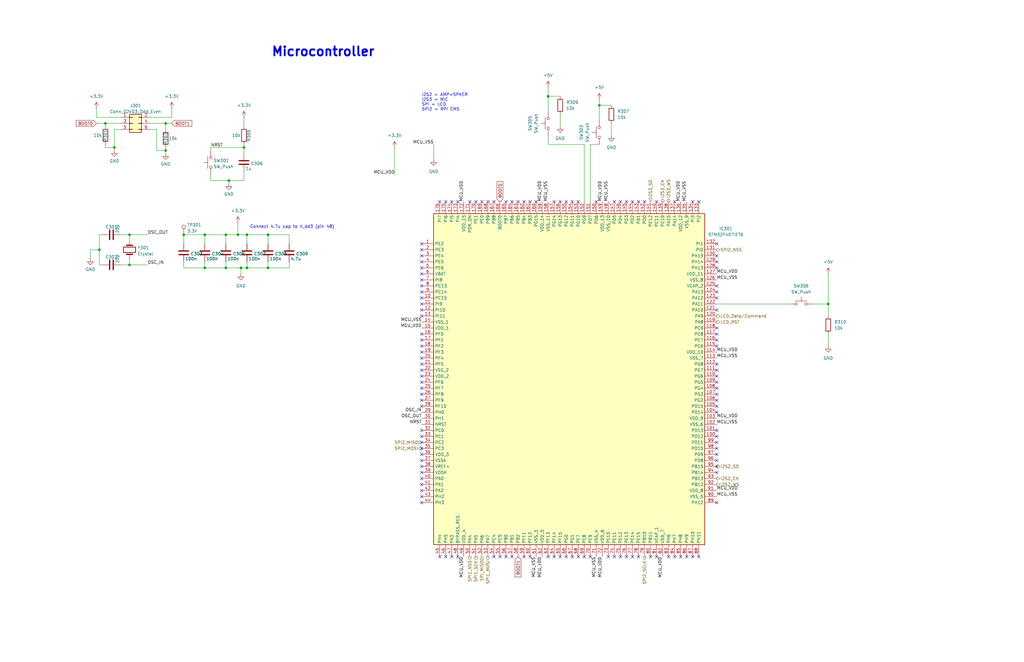
<source format=kicad_sch>
(kicad_sch (version 20250114) (generator "eeschema") (generator_version "9.0")
  (paper "USLedger")
  (lib_symbols
    (symbol "+5V_1" (power) (pin_numbers (hide yes)) (pin_names (offset 0) (hide yes))
      (property "Value" "+5V" (at 0 3.556 0))
      (symbol "+5V_1_0_1"
        (polyline (pts (xy -0.762 1.27) (xy 0 2.54)))
        (polyline (pts (xy 0 2.54) (xy 0.762 1.27)))
        (polyline (pts (xy 0 0) (xy 0 2.54)))
      )
      (symbol "+5V_1_1_1"
        (pin power_in line (at 0 0 90) (length 0) (name "~") (number "1"))
      )
    )
    (symbol "Connector:TestPoint" (pin_numbers (hide yes)) (pin_names (offset 0.762) (hide yes))
      (property "Reference" "TP" (at 0 6.858 0))
      (property "Value" "TestPoint" (at 0 5.08 0))
      (symbol "TestPoint_0_1"
        (circle (center 0 3.302) (radius 0.762))
      )
      (symbol "TestPoint_1_1"
        (pin passive line (at 0 0 90) (length 2.54) (name "1") (number "1"))
      )
    )
    (symbol "Connector_Generic:Conn_02x03_Odd_Even" (pin_names (offset 1.016) (hide yes))
      (property "Reference" "J" (at 1.27 5.08 0))
      (property "Value" "Conn_02x03_Odd_Even" (at 1.27 -5.08 0))
      (symbol "Conn_02x03_Odd_Even_1_1"
        (rectangle (start -1.27 3.81) (end 3.81 -3.81) (stroke (width 0.254)) (fill (type background)))
        (rectangle (start -1.27 2.667) (end 0 2.413) (stroke (width 0.1524)))
        (rectangle (start -1.27 0.127) (end 0 -0.127) (stroke (width 0.1524)))
        (rectangle (start -1.27 -2.413) (end 0 -2.667) (stroke (width 0.1524)))
        (rectangle (start 3.81 2.667) (end 2.54 2.413) (stroke (width 0.1524)))
        (rectangle (start 3.81 0.127) (end 2.54 -0.127) (stroke (width 0.1524)))
        (rectangle (start 3.81 -2.413) (end 2.54 -2.667) (stroke (width 0.1524)))
        (pin passive line (at -5.08 2.54 0) (length 3.81) (name "Pin_1") (number "1"))
        (pin passive line (at -5.08 0 0) (length 3.81) (name "Pin_3") (number "3"))
        (pin passive line (at -5.08 -2.54 0) (length 3.81) (name "Pin_5") (number "5"))
        (pin passive line (at 7.62 2.54 180) (length 3.81) (name "Pin_2") (number "2"))
        (pin passive line (at 7.62 0 180) (length 3.81) (name "Pin_4") (number "4"))
        (pin passive line (at 7.62 -2.54 180) (length 3.81) (name "Pin_6") (number "6"))
      )
    )
    (symbol "Device:Crystal" (pin_numbers (hide yes)) (pin_names (offset 1.016) (hide yes))
      (property "Reference" "Y" (at 0 3.81 0))
      (property "Value" "Crystal" (at 0 -3.81 0))
      (symbol "Crystal_0_1"
        (polyline (pts (xy -2.54 0) (xy -1.905 0)))
        (polyline (pts (xy -1.905 -1.27) (xy -1.905 1.27)) (stroke (width 0.508)))
        (rectangle (start -1.143 2.54) (end 1.143 -2.54) (stroke (width 0.3048)))
        (polyline (pts (xy 1.905 -1.27) (xy 1.905 1.27)) (stroke (width 0.508)))
        (polyline (pts (xy 2.54 0) (xy 1.905 0)))
      )
      (symbol "Crystal_1_1"
        (pin passive line (at -3.81 0 0) (length 1.27) (name "1") (number "1"))
        (pin passive line (at 3.81 0 180) (length 1.27) (name "2") (number "2"))
      )
    )
    (symbol "Device:R" (pin_numbers (hide yes)) (pin_names (offset 0))
      (property "Reference" "R" (at 2.032 0 90))
      (property "Value" "R" (at 0 0 90))
      (symbol "R_0_1"
        (rectangle (start -1.016 -2.54) (end 1.016 2.54) (stroke (width 0.254)))
      )
      (symbol "R_1_1"
        (pin passive line (at 0 3.81 270) (length 1.27) (name "~") (number "1"))
        (pin passive line (at 0 -3.81 90) (length 1.27) (name "~") (number "2"))
      )
    )
    (symbol "GND_1" (power) (pin_numbers (hide yes)) (pin_names (offset 0) (hide yes))
      (property "Value" "GND" (at 0 -3.81 0))
      (symbol "GND_1_0_1"
        (polyline (pts (xy 0 0) (xy 0 -1.27) (xy 1.27 -1.27) (xy 0 -2.54) (xy -1.27 -1.27) (xy 0 -1.27)))
      )
      (symbol "GND_1_1_1"
        (pin power_in line (at 0 0 270) (length 0) (name "~") (number "1"))
      )
    )
    (symbol "STM32F407IET6:STM32F407IET6"
      (property "Reference" "IC" (at 120.65 17.78 0))
      (property "Value" "STM32F407IET6" (at 120.65 15.24 0))
      (symbol "STM32F407IET6_1_1"
        (rectangle (start 5.08 12.7) (end 119.38 -127) (stroke (width 0.254)) (fill (type background)))
        (pin passive line (at 0 0 0) (length 5.08) (name "PE2") (number "1"))
        (pin passive line (at 0 -2.54 0) (length 5.08) (name "PE3") (number "2"))
        (pin passive line (at 0 -5.08 0) (length 5.08) (name "PE4") (number "3"))
        (pin passive line (at 0 -7.62 0) (length 5.08) (name "PE5") (number "4"))
        (pin passive line (at 0 -10.16 0) (length 5.08) (name "PE6") (number "5"))
        (pin passive line (at 0 -12.7 0) (length 5.08) (name "VBAT") (number "6"))
        (pin passive line (at 0 -15.24 0) (length 5.08) (name "PI8") (number "7"))
        (pin passive line (at 0 -17.78 0) (length 5.08) (name "PC13") (number "8"))
        (pin passive line (at 0 -20.32 0) (length 5.08) (name "PC14") (number "9"))
        (pin passive line (at 0 -22.86 0) (length 5.08) (name "PC15") (number "10"))
        (pin passive line (at 0 -25.4 0) (length 5.08) (name "PI9") (number "11"))
        (pin passive line (at 0 -27.94 0) (length 5.08) (name "PI10") (number "12"))
        (pin passive line (at 0 -30.48 0) (length 5.08) (name "PI11") (number "13"))
        (pin power_in line (at 0 -33.02 0) (length 5.08) (name "VSS_1") (number "14"))
        (pin power_in line (at 0 -35.56 0) (length 5.08) (name "VDD_1") (number "15"))
        (pin passive line (at 0 -38.1 0) (length 5.08) (name "PF0") (number "16"))
        (pin passive line (at 0 -40.64 0) (length 5.08) (name "PF1") (number "17"))
        (pin passive line (at 0 -43.18 0) (length 5.08) (name "PF2") (number "18"))
        (pin passive line (at 0 -45.72 0) (length 5.08) (name "PF3") (number "19"))
        (pin passive line (at 0 -48.26 0) (length 5.08) (name "PF4") (number "20"))
        (pin passive line (at 0 -50.8 0) (length 5.08) (name "PF5") (number "21"))
        (pin power_in line (at 0 -53.34 0) (length 5.08) (name "VSS_2") (number "22"))
        (pin power_in line (at 0 -55.88 0) (length 5.08) (name "VDD_2") (number "23"))
        (pin passive line (at 0 -58.42 0) (length 5.08) (name "PF6") (number "24"))
        (pin passive line (at 0 -60.96 0) (length 5.08) (name "PF7") (number "25"))
        (pin passive line (at 0 -63.5 0) (length 5.08) (name "PF8") (number "26"))
        (pin passive line (at 0 -66.04 0) (length 5.08) (name "PF9") (number "27"))
        (pin passive line (at 0 -68.58 0) (length 5.08) (name "PF10") (number "28"))
        (pin passive line (at 0 -71.12 0) (length 5.08) (name "PH0") (number "29"))
        (pin passive line (at 0 -73.66 0) (length 5.08) (name "PH1") (number "30"))
        (pin input line (at 0 -76.2 0) (length 5.08) (name "NRST") (number "31"))
        (pin passive line (at 0 -78.74 0) (length 5.08) (name "PC0") (number "32"))
        (pin passive line (at 0 -81.28 0) (length 5.08) (name "PC1") (number "33"))
        (pin passive line (at 0 -83.82 0) (length 5.08) (name "PC2") (number "34"))
        (pin passive line (at 0 -86.36 0) (length 5.08) (name "PC3") (number "35"))
        (pin power_in line (at 0 -88.9 0) (length 5.08) (name "VDD_3") (number "36"))
        (pin power_in line (at 0 -91.44 0) (length 5.08) (name "VSSA") (number "37"))
        (pin input line (at 0 -93.98 0) (length 5.08) (name "VREF+") (number "38"))
        (pin power_in line (at 0 -96.52 0) (length 5.08) (name "VDDA") (number "39"))
        (pin passive line (at 0 -99.06 0) (length 5.08) (name "PA0") (number "40"))
        (pin passive line (at 0 -101.6 0) (length 5.08) (name "PA1") (number "41"))
        (pin passive line (at 0 -104.14 0) (length 5.08) (name "PA2") (number "42"))
        (pin passive line (at 0 -106.68 0) (length 5.08) (name "PH2") (number "43"))
        (pin passive line (at 0 -109.22 0) (length 5.08) (name "PH3") (number "44"))
        (pin passive line (at 7.62 17.78 270) (length 5.08) (name "PI7") (number "176"))
        (pin passive line (at 7.62 -132.08 90) (length 5.08) (name "PH4") (number "45"))
        (pin passive line (at 10.16 17.78 270) (length 5.08) (name "PI6") (number "175"))
        (pin passive line (at 10.16 -132.08 90) (length 5.08) (name "PH5") (number "46"))
        (pin passive line (at 12.7 17.78 270) (length 5.08) (name "PI5") (number "174"))
        (pin passive line (at 12.7 -132.08 90) (length 5.08) (name "PA3") (number "47"))
        (pin passive line (at 15.24 17.78 270) (length 5.08) (name "PI4") (number "173"))
        (pin passive line (at 15.24 -132.08 90) (length 5.08) (name "BYPASS_REG") (number "48"))
        (pin power_in line (at 17.78 17.78 270) (length 5.08) (name "VDD_15") (number "172"))
        (pin power_in line (at 17.78 -132.08 90) (length 5.08) (name "VDD_4") (number "49"))
        (pin passive line (at 20.32 17.78 270) (length 5.08) (name "PDR_ON") (number "171"))
        (pin passive line (at 20.32 -132.08 90) (length 5.08) (name "PA4") (number "50"))
        (pin passive line (at 22.86 17.78 270) (length 5.08) (name "PE1") (number "170"))
        (pin passive line (at 22.86 -132.08 90) (length 5.08) (name "PA5") (number "51"))
        (pin passive line (at 25.4 17.78 270) (length 5.08) (name "PE0") (number "169"))
        (pin passive line (at 25.4 -132.08 90) (length 5.08) (name "PA6") (number "52"))
        (pin passive line (at 27.94 17.78 270) (length 5.08) (name "PB9") (number "168"))
        (pin passive line (at 27.94 -132.08 90) (length 5.08) (name "PA7") (number "53"))
        (pin passive line (at 30.48 17.78 270) (length 5.08) (name "PB8") (number "167"))
        (pin passive line (at 30.48 -132.08 90) (length 5.08) (name "PC4") (number "54"))
        (pin passive line (at 33.02 17.78 270) (length 5.08) (name "BOOT0") (number "166"))
        (pin passive line (at 33.02 -132.08 90) (length 5.08) (name "PC5") (number "55"))
        (pin passive line (at 35.56 17.78 270) (length 5.08) (name "PB7") (number "165"))
        (pin passive line (at 35.56 -132.08 90) (length 5.08) (name "PB0") (number "56"))
        (pin passive line (at 38.1 17.78 270) (length 5.08) (name "PB6") (number "164"))
        (pin passive line (at 38.1 -132.08 90) (length 5.08) (name "PB1") (number "57"))
        (pin passive line (at 40.64 17.78 270) (length 5.08) (name "PB5") (number "163"))
        (pin passive line (at 40.64 -132.08 90) (length 5.08) (name "PB2") (number "58"))
        (pin passive line (at 43.18 17.78 270) (length 5.08) (name "PB4") (number "162"))
        (pin passive line (at 43.18 -132.08 90) (length 5.08) (name "PF11") (number "59"))
        (pin passive line (at 45.72 17.78 270) (length 5.08) (name "PB3") (number "161"))
        (pin passive line (at 45.72 -132.08 90) (length 5.08) (name "PF12") (number "60"))
        (pin passive line (at 48.26 17.78 270) (length 5.08) (name "PG15") (number "160"))
        (pin power_in line (at 48.26 -132.08 90) (length 5.08) (name "VSS_3") (number "61"))
        (pin power_in line (at 50.8 17.78 270) (length 5.08) (name "VDD_14") (number "159"))
        (pin power_in line (at 50.8 -132.08 90) (length 5.08) (name "VDD_5") (number "62"))
        (pin power_in line (at 53.34 17.78 270) (length 5.08) (name "VSS_11") (number "158"))
        (pin passive line (at 53.34 -132.08 90) (length 5.08) (name "PF13") (number "63"))
        (pin passive line (at 55.88 17.78 270) (length 5.08) (name "PG14") (number "157"))
        (pin passive line (at 55.88 -132.08 90) (length 5.08) (name "PF14") (number "64"))
        (pin passive line (at 58.42 17.78 270) (length 5.08) (name "PG13") (number "156"))
        (pin passive line (at 58.42 -132.08 90) (length 5.08) (name "PF15") (number "65"))
        (pin passive line (at 60.96 17.78 270) (length 5.08) (name "PG12") (number "155"))
        (pin passive line (at 60.96 -132.08 90) (length 5.08) (name "PG0") (number "66"))
        (pin passive line (at 63.5 17.78 270) (length 5.08) (name "PG11") (number "154"))
        (pin passive line (at 63.5 -132.08 90) (length 5.08) (name "PG1") (number "67"))
        (pin passive line (at 66.04 17.78 270) (length 5.08) (name "PG10") (number "153"))
        (pin passive line (at 66.04 -132.08 90) (length 5.08) (name "PE7") (number "68"))
        (pin passive line (at 68.58 17.78 270) (length 5.08) (name "PG9") (number "152"))
        (pin passive line (at 68.58 -132.08 90) (length 5.08) (name "PE8") (number "69"))
        (pin passive line (at 71.12 17.78 270) (length 5.08) (name "PD7") (number "151"))
        (pin passive line (at 71.12 -132.08 90) (length 5.08) (name "PE9") (number "70"))
        (pin passive line (at 73.66 17.78 270) (length 5.08) (name "PD6") (number "150"))
        (pin power_in line (at 73.66 -132.08 90) (length 5.08) (name "VSS_4") (number "71"))
        (pin power_in line (at 76.2 17.78 270) (length 5.08) (name "VDD_13") (number "149"))
        (pin power_in line (at 76.2 -132.08 90) (length 5.08) (name "VDD_6") (number "72"))
        (pin power_in line (at 78.74 17.78 270) (length 5.08) (name "VSS_10") (number "148"))
        (pin passive line (at 78.74 -132.08 90) (length 5.08) (name "PE10") (number "73"))
        (pin passive line (at 81.28 17.78 270) (length 5.08) (name "PD5") (number "147"))
        (pin passive line (at 81.28 -132.08 90) (length 5.08) (name "PE11") (number "74"))
        (pin passive line (at 83.82 17.78 270) (length 5.08) (name "PD4") (number "146"))
        (pin passive line (at 83.82 -132.08 90) (length 5.08) (name "PE12") (number "75"))
        (pin passive line (at 86.36 17.78 270) (length 5.08) (name "PD3") (number "145"))
        (pin passive line (at 86.36 -132.08 90) (length 5.08) (name "PE13") (number "76"))
        (pin passive line (at 88.9 17.78 270) (length 5.08) (name "PD2") (number "144"))
        (pin passive line (at 88.9 -132.08 90) (length 5.08) (name "PE14") (number "77"))
        (pin passive line (at 91.44 17.78 270) (length 5.08) (name "PD1") (number "143"))
        (pin passive line (at 91.44 -132.08 90) (length 5.08) (name "PE15") (number "78"))
        (pin passive line (at 93.98 17.78 270) (length 5.08) (name "PD0") (number "142"))
        (pin passive line (at 93.98 -132.08 90) (length 5.08) (name "PB10") (number "79"))
        (pin passive line (at 96.52 17.78 270) (length 5.08) (name "PC12") (number "141"))
        (pin passive line (at 96.52 -132.08 90) (length 5.08) (name "PB11") (number "80"))
        (pin passive line (at 99.06 17.78 270) (length 5.08) (name "PC11") (number "140"))
        (pin passive line (at 99.06 -132.08 90) (length 5.08) (name "VCAP_1") (number "81"))
        (pin passive line (at 101.6 17.78 270) (length 5.08) (name "PC10") (number "139"))
        (pin power_in line (at 101.6 -132.08 90) (length 5.08) (name "VDD_7") (number "82"))
        (pin passive line (at 104.14 17.78 270) (length 5.08) (name "PA15") (number "138"))
        (pin passive line (at 104.14 -132.08 90) (length 5.08) (name "PH6") (number "83"))
        (pin passive line (at 106.68 17.78 270) (length 5.08) (name "PA14") (number "137"))
        (pin passive line (at 106.68 -132.08 90) (length 5.08) (name "PH7") (number "84"))
        (pin power_in line (at 109.22 17.78 270) (length 5.08) (name "VDD_12") (number "136"))
        (pin passive line (at 109.22 -132.08 90) (length 5.08) (name "PH8") (number "85"))
        (pin power_in line (at 111.76 17.78 270) (length 5.08) (name "VSS_9") (number "135"))
        (pin passive line (at 111.76 -132.08 90) (length 5.08) (name "PH9") (number "86"))
        (pin passive line (at 114.3 17.78 270) (length 5.08) (name "PI3") (number "134"))
        (pin passive line (at 114.3 -132.08 90) (length 5.08) (name "PH10") (number "87"))
        (pin passive line (at 116.84 17.78 270) (length 5.08) (name "PI2") (number "133"))
        (pin passive line (at 116.84 -132.08 90) (length 5.08) (name "PH11") (number "88"))
        (pin passive line (at 124.46 0 180) (length 5.08) (name "PI1") (number "132"))
        (pin passive line (at 124.46 -2.54 180) (length 5.08) (name "PI0") (number "131"))
        (pin passive line (at 124.46 -5.08 180) (length 5.08) (name "PH15") (number "130"))
        (pin passive line (at 124.46 -7.62 180) (length 5.08) (name "PH14") (number "129"))
        (pin passive line (at 124.46 -10.16 180) (length 5.08) (name "PH13") (number "128"))
        (pin power_in line (at 124.46 -12.7 180) (length 5.08) (name "VDD_11") (number "127"))
        (pin power_in line (at 124.46 -15.24 180) (length 5.08) (name "VSS_8") (number "126"))
        (pin passive line (at 124.46 -17.78 180) (length 5.08) (name "VCAP_2") (number "125"))
        (pin passive line (at 124.46 -20.32 180) (length 5.08) (name "PA13") (number "124"))
        (pin passive line (at 124.46 -22.86 180) (length 5.08) (name "PA12") (number "123"))
        (pin passive line (at 124.46 -25.4 180) (length 5.08) (name "PA11") (number "122"))
        (pin passive line (at 124.46 -27.94 180) (length 5.08) (name "PA10") (number "121"))
        (pin passive line (at 124.46 -30.48 180) (length 5.08) (name "PA9") (number "120"))
        (pin passive line (at 124.46 -33.02 180) (length 5.08) (name "PA8") (number "119"))
        (pin passive line (at 124.46 -35.56 180) (length 5.08) (name "PC9") (number "118"))
        (pin passive line (at 124.46 -38.1 180) (length 5.08) (name "PC8") (number "117"))
        (pin passive line (at 124.46 -40.64 180) (length 5.08) (name "PC7") (number "116"))
        (pin passive line (at 124.46 -43.18 180) (length 5.08) (name "PC6") (number "115"))
        (pin power_in line (at 124.46 -45.72 180) (length 5.08) (name "VDD_10") (number "114"))
        (pin power_in line (at 124.46 -48.26 180) (length 5.08) (name "VSS_7") (number "113"))
        (pin passive line (at 124.46 -50.8 180) (length 5.08) (name "PG8") (number "112"))
        (pin passive line (at 124.46 -53.34 180) (length 5.08) (name "PG7") (number "111"))
        (pin passive line (at 124.46 -55.88 180) (length 5.08) (name "PG6") (number "110"))
        (pin passive line (at 124.46 -58.42 180) (length 5.08) (name "PG5") (number "109"))
        (pin passive line (at 124.46 -60.96 180) (length 5.08) (name "PG4") (number "108"))
        (pin passive line (at 124.46 -63.5 180) (length 5.08) (name "PG3") (number "107"))
        (pin passive line (at 124.46 -66.04 180) (length 5.08) (name "PG2") (number "106"))
        (pin passive line (at 124.46 -68.58 180) (length 5.08) (name "PD15") (number "105"))
        (pin passive line (at 124.46 -71.12 180) (length 5.08) (name "PD14") (number "104"))
        (pin power_in line (at 124.46 -73.66 180) (length 5.08) (name "VDD_9") (number "103"))
        (pin power_in line (at 124.46 -76.2 180) (length 5.08) (name "VSS_6") (number "102"))
        (pin passive line (at 124.46 -78.74 180) (length 5.08) (name "PD13") (number "101"))
        (pin passive line (at 124.46 -81.28 180) (length 5.08) (name "PD12") (number "100"))
        (pin passive line (at 124.46 -83.82 180) (length 5.08) (name "PD11") (number "99"))
        (pin passive line (at 124.46 -86.36 180) (length 5.08) (name "PD10") (number "98"))
        (pin passive line (at 124.46 -88.9 180) (length 5.08) (name "PD9") (number "97"))
        (pin passive line (at 124.46 -91.44 180) (length 5.08) (name "PD8") (number "96"))
        (pin passive line (at 124.46 -93.98 180) (length 5.08) (name "PB15") (number "95"))
        (pin passive line (at 124.46 -96.52 180) (length 5.08) (name "PB14") (number "94"))
        (pin passive line (at 124.46 -99.06 180) (length 5.08) (name "PB13") (number "93"))
        (pin passive line (at 124.46 -101.6 180) (length 5.08) (name "PB12") (number "92"))
        (pin power_in line (at 124.46 -104.14 180) (length 5.08) (name "VDD_8") (number "91"))
        (pin power_in line (at 124.46 -106.68 180) (length 5.08) (name "VSS_5") (number "90"))
        (pin passive line (at 124.46 -109.22 180) (length 5.08) (name "PH12") (number "89"))
      )
    )
    (symbol "Switch:SW_Push" (pin_numbers (hide yes)) (pin_names (offset 1.016) (hide yes))
      (property "Reference" "SW" (at 1.27 2.54 0))
      (property "Value" "SW_Push" (at 0 -1.524 0))
      (symbol "SW_Push_0_1"
        (circle (center -2.032 0) (radius 0.508))
        (polyline (pts (xy 0 1.27) (xy 0 3.048)))
        (circle (center 2.032 0) (radius 0.508))
        (polyline (pts (xy 2.54 1.27) (xy -2.54 1.27)))
        (pin passive line (at -5.08 0 0) (length 2.54) (name "1") (number "1"))
        (pin passive line (at 5.08 0 180) (length 2.54) (name "2") (number "2"))
      )
    )
    (symbol "basic:C" (pin_numbers (hide yes)) (pin_names (offset 0.254))
      (property "Reference" "C" (at 0.635 2.54 0))
      (symbol "C_0_1"
        (polyline (pts (xy -2.032 0.762) (xy 2.032 0.762)) (stroke (width 0.508)))
        (polyline (pts (xy -2.032 -0.762) (xy 2.032 -0.762)) (stroke (width 0.508)))
      )
      (symbol "C_1_1"
        (pin passive line (at 0 3.81 270) (length 2.794) (name "~") (number "1"))
        (pin passive line (at 0 -3.81 90) (length 2.794) (name "~") (number "2"))
      )
    )
    (symbol "basic:R" (pin_numbers (hide yes)) (pin_names (offset 0))
      (property "Value" "R" (at 0 0 90))
      (symbol "R_0_1"
        (rectangle (start -1.016 -2.54) (end 1.016 2.54) (stroke (width 0.254)))
      )
      (symbol "R_1_1"
        (pin passive line (at 0 3.81 270) (length 1.27) (name "~") (number "1"))
        (pin passive line (at 0 -3.81 90) (length 1.27) (name "~") (number "2"))
      )
    )
    (symbol "power:+3.3V" (power) (pin_numbers (hide yes)) (pin_names (offset 0) (hide yes))
      (property "Value" "+3.3V" (at 0 3.556 0))
      (symbol "+3.3V_0_1"
        (polyline (pts (xy -0.762 1.27) (xy 0 2.54)))
        (polyline (pts (xy 0 2.54) (xy 0.762 1.27)))
        (polyline (pts (xy 0 0) (xy 0 2.54)))
      )
      (symbol "+3.3V_1_1"
        (pin power_in line (at 0 0 90) (length 0) (name "~") (number "1"))
      )
    )
    (symbol "power:+5V" (power) (pin_names (offset 0))
      (property "Value" "+5V" (at 0 3.556 0))
      (symbol "+5V_0_1"
        (polyline (pts (xy -0.762 1.27) (xy 0 2.54)))
        (polyline (pts (xy 0 2.54) (xy 0.762 1.27)))
        (polyline (pts (xy 0 0) (xy 0 2.54)))
      )
      (symbol "+5V_1_1"
        (pin power_in line (at 0 0 90) (length 0) (hide yes) (name "+5V") (number "1"))
      )
    )
    (symbol "power:GND" (power) (pin_names (offset 0))
      (property "Value" "GND" (at 0 -3.81 0))
      (symbol "GND_0_1"
        (polyline (pts (xy 0 0) (xy 0 -1.27) (xy 1.27 -1.27) (xy 0 -2.54) (xy -1.27 -1.27) (xy 0 -1.27)))
      )
      (symbol "GND_1_1"
        (pin power_in line (at 0 0 270) (length 0) (hide yes) (name "GND") (number "1"))
      )
    )
  )
  (text "Microcontroller" (at 114.3 24.13 0) (effects (font (size 3.81 3.81) (thickness 0.762) (bold yes)) (justify left bottom)))
  (text "I2S2 = AMP+SPKER\nI2S3 = MIC\nSPI = LCD\nSPI2 = RPI CM5" (at 177.8 46.99 0) (effects (font (size 1.27 1.27)) (justify left bottom)))
  (text "Connect 4.7u cap to V_dd3 (pin 48)" (at 105.41 96.52 0) (effects (font (size 1.27 1.27)) (justify left bottom)))
  (junction (at 101.6 113.03))
  (junction (at 48.26 62.23))
  (junction (at 44.45 52.07))
  (junction (at 113.03 99.06))
  (junction (at 77.47 99.06))
  (junction (at 96.52 76.2))
  (junction (at 69.85 52.07))
  (junction (at 95.25 99.06))
  (junction (at 86.36 99.06))
  (junction (at 113.03 113.03))
  (junction (at 231.14 40.64))
  (junction (at 252.73 44.45))
  (junction (at 104.14 113.03))
  (junction (at 349.25 128.27))
  (junction (at 69.85 63.5))
  (junction (at 86.36 113.03))
  (junction (at 54.61 111.76))
  (junction (at 41.91 105.41))
  (junction (at 95.25 113.03))
  (junction (at 54.61 99.06))
  (junction (at 104.14 99.06))
  (junction (at 102.87 62.23))
  (junction (at 100.33 99.06))
  (no_connect (at 274.32 234.95))
  (no_connect (at 177.8 105.41))
  (no_connect (at 302.26 189.23))
  (no_connect (at 177.8 143.51))
  (no_connect (at 302.26 191.77))
  (no_connect (at 177.8 168.91))
  (no_connect (at 177.8 125.73))
  (no_connect (at 256.54 234.95))
  (no_connect (at 302.26 120.65))
  (no_connect (at 205.74 85.09))
  (no_connect (at 203.2 85.09))
  (no_connect (at 243.84 85.09))
  (no_connect (at 177.8 102.87))
  (no_connect (at 269.24 234.95))
  (no_connect (at 177.8 201.93))
  (no_connect (at 261.62 234.95))
  (no_connect (at 177.8 204.47))
  (no_connect (at 185.42 85.09))
  (no_connect (at 236.22 234.95))
  (no_connect (at 243.84 234.95))
  (no_connect (at 302.26 212.09))
  (no_connect (at 241.3 85.09))
  (no_connect (at 302.26 171.45))
  (no_connect (at 302.26 196.85))
  (no_connect (at 177.8 194.31))
  (no_connect (at 302.26 153.67))
  (no_connect (at 302.26 123.19))
  (no_connect (at 177.8 158.75))
  (no_connect (at 233.68 234.95))
  (no_connect (at 177.8 118.11))
  (no_connect (at 281.94 234.95))
  (no_connect (at 271.78 85.09))
  (no_connect (at 302.26 138.43))
  (no_connect (at 177.8 113.03))
  (no_connect (at 261.62 85.09))
  (no_connect (at 177.8 209.55))
  (no_connect (at 187.96 85.09))
  (no_connect (at 177.8 110.49))
  (no_connect (at 198.12 85.09))
  (no_connect (at 177.8 115.57))
  (no_connect (at 193.04 234.95))
  (no_connect (at 177.8 196.85))
  (no_connect (at 177.8 199.39))
  (no_connect (at 177.8 123.19))
  (no_connect (at 292.1 234.95))
  (no_connect (at 302.26 158.75))
  (no_connect (at 177.8 163.83))
  (no_connect (at 287.02 234.95))
  (no_connect (at 302.26 107.95))
  (no_connect (at 292.1 85.09))
  (no_connect (at 266.7 234.95))
  (no_connect (at 294.64 234.95))
  (no_connect (at 259.08 234.95))
  (no_connect (at 246.38 234.95))
  (no_connect (at 302.26 173.99))
  (no_connect (at 302.26 186.69))
  (no_connect (at 177.8 184.15))
  (no_connect (at 294.64 85.09))
  (no_connect (at 177.8 166.37))
  (no_connect (at 302.26 140.97))
  (no_connect (at 177.8 153.67))
  (no_connect (at 220.98 85.09))
  (no_connect (at 302.26 166.37))
  (no_connect (at 177.8 146.05))
  (no_connect (at 177.8 140.97))
  (no_connect (at 185.42 234.95))
  (no_connect (at 302.26 199.39))
  (no_connect (at 238.76 85.09))
  (no_connect (at 213.36 85.09))
  (no_connect (at 177.8 171.45))
  (no_connect (at 177.8 181.61))
  (no_connect (at 236.22 85.09))
  (no_connect (at 223.52 234.95))
  (no_connect (at 226.06 85.09))
  (no_connect (at 251.46 85.09))
  (no_connect (at 177.8 161.29))
  (no_connect (at 269.24 85.09))
  (no_connect (at 215.9 85.09))
  (no_connect (at 215.9 234.95))
  (no_connect (at 248.92 234.95))
  (no_connect (at 177.8 148.59))
  (no_connect (at 276.86 234.95))
  (no_connect (at 302.26 102.87))
  (no_connect (at 223.52 85.09))
  (no_connect (at 302.26 194.31))
  (no_connect (at 208.28 85.09))
  (no_connect (at 177.8 212.09))
  (no_connect (at 177.8 130.81))
  (no_connect (at 264.16 85.09))
  (no_connect (at 177.8 156.21))
  (no_connect (at 177.8 133.35))
  (no_connect (at 190.5 85.09))
  (no_connect (at 259.08 85.09))
  (no_connect (at 213.36 234.95))
  (no_connect (at 302.26 110.49))
  (no_connect (at 210.82 234.95))
  (no_connect (at 200.66 85.09))
  (no_connect (at 302.26 143.51))
  (no_connect (at 302.26 156.21))
  (no_connect (at 177.8 128.27))
  (no_connect (at 302.26 181.61))
  (no_connect (at 289.56 234.95))
  (no_connect (at 284.48 85.09))
  (no_connect (at 241.3 234.95))
  (no_connect (at 233.68 85.09))
  (no_connect (at 177.8 186.69))
  (no_connect (at 238.76 234.95))
  (no_connect (at 220.98 234.95))
  (no_connect (at 177.8 151.13))
  (no_connect (at 177.8 120.65))
  (no_connect (at 177.8 107.95))
  (no_connect (at 264.16 234.95))
  (no_connect (at 302.26 146.05))
  (no_connect (at 177.8 189.23))
  (no_connect (at 177.8 207.01))
  (no_connect (at 302.26 184.15))
  (no_connect (at 190.5 234.95))
  (no_connect (at 302.26 113.03))
  (no_connect (at 302.26 161.29))
  (no_connect (at 187.96 234.95))
  (no_connect (at 302.26 125.73))
  (no_connect (at 218.44 85.09))
  (no_connect (at 302.26 163.83))
  (no_connect (at 208.28 234.95))
  (no_connect (at 177.8 191.77))
  (no_connect (at 276.86 85.09))
  (no_connect (at 302.26 130.81))
  (no_connect (at 302.26 168.91))
  (no_connect (at 284.48 234.95))
  (no_connect (at 193.04 85.09))
  (no_connect (at 266.7 85.09))
  (no_connect (at 231.14 234.95))
  (wire (pts (xy 62.23 99.06) (xy 54.61 99.06)))
  (wire (pts (xy 102.87 72.39) (xy 102.87 76.2)))
  (wire (pts (xy 69.85 62.23) (xy 69.85 63.5)))
  (wire (pts (xy 38.1 105.41) (xy 38.1 109.22)))
  (wire (pts (xy 95.25 99.06) (xy 86.36 99.06)))
  (wire (pts (xy 252.73 41.91) (xy 252.73 44.45)))
  (wire (pts (xy 113.03 113.03) (xy 121.92 113.03)))
  (wire (pts (xy 44.45 60.96) (xy 44.45 62.23)))
  (wire (pts (xy 236.22 48.26) (xy 236.22 53.34)))
  (wire (pts (xy 41.91 99.06) (xy 43.18 99.06)))
  (wire (pts (xy 48.26 62.23) (xy 48.26 63.5)))
  (wire (pts (xy 102.87 62.23) (xy 102.87 64.77)))
  (wire (pts (xy 302.26 128.27) (xy 332.74 128.27)))
  (wire (pts (xy 95.25 102.87) (xy 95.25 99.06)))
  (wire (pts (xy 182.88 60.96) (xy 182.88 67.31)))
  (wire (pts (xy 63.5 52.07) (xy 69.85 52.07)))
  (wire (pts (xy 77.47 99.06) (xy 86.36 99.06)))
  (wire (pts (xy 104.14 99.06) (xy 113.03 99.06)))
  (wire (pts (xy 121.92 99.06) (xy 113.03 99.06)))
  (wire (pts (xy 63.5 49.53) (xy 72.39 49.53)))
  (wire (pts (xy 113.03 110.49) (xy 113.03 113.03)))
  (wire (pts (xy 102.87 76.2) (xy 96.52 76.2)))
  (wire (pts (xy 44.45 52.07) (xy 44.45 53.34)))
  (wire (pts (xy 231.14 57.15) (xy 231.14 60.96)))
  (wire (pts (xy 88.9 63.5) (xy 88.9 62.23)))
  (wire (pts (xy 40.64 49.53) (xy 50.8 49.53)))
  (wire (pts (xy 231.14 46.99) (xy 231.14 40.64)))
  (wire (pts (xy 77.47 110.49) (xy 77.47 113.03)))
  (wire (pts (xy 113.03 99.06) (xy 113.03 102.87)))
  (wire (pts (xy 231.14 60.96) (xy 246.38 60.96)))
  (wire (pts (xy 54.61 111.76) (xy 54.61 109.22)))
  (wire (pts (xy 48.26 54.61) (xy 50.8 54.61)))
  (wire (pts (xy 69.85 52.07) (xy 69.85 54.61)))
  (wire (pts (xy 100.33 99.06) (xy 104.14 99.06)))
  (wire (pts (xy 349.25 128.27) (xy 349.25 133.35)))
  (wire (pts (xy 100.33 93.98) (xy 100.33 99.06)))
  (wire (pts (xy 252.73 44.45) (xy 257.81 44.45)))
  (wire (pts (xy 54.61 99.06) (xy 54.61 101.6)))
  (wire (pts (xy 95.25 110.49) (xy 95.25 113.03)))
  (wire (pts (xy 86.36 113.03) (xy 95.25 113.03)))
  (wire (pts (xy 40.64 49.53) (xy 40.64 45.72)))
  (wire (pts (xy 88.9 76.2) (xy 96.52 76.2)))
  (wire (pts (xy 77.47 102.87) (xy 77.47 99.06)))
  (wire (pts (xy 257.81 52.07) (xy 257.81 57.15)))
  (wire (pts (xy 95.25 113.03) (xy 101.6 113.03)))
  (wire (pts (xy 40.64 52.07) (xy 44.45 52.07)))
  (wire (pts (xy 349.25 140.97) (xy 349.25 146.05)))
  (wire (pts (xy 166.37 62.23) (xy 166.37 73.66)))
  (wire (pts (xy 248.92 60.96) (xy 252.73 60.96)))
  (wire (pts (xy 88.9 62.23) (xy 102.87 62.23)))
  (wire (pts (xy 41.91 105.41) (xy 41.91 99.06)))
  (wire (pts (xy 54.61 111.76) (xy 62.23 111.76)))
  (wire (pts (xy 95.25 99.06) (xy 100.33 99.06)))
  (wire (pts (xy 102.87 49.53) (xy 102.87 53.34)))
  (wire (pts (xy 50.8 52.07) (xy 44.45 52.07)))
  (wire (pts (xy 246.38 60.96) (xy 246.38 85.09)))
  (wire (pts (xy 349.25 115.57) (xy 349.25 128.27)))
  (wire (pts (xy 66.04 54.61) (xy 66.04 63.5)))
  (wire (pts (xy 104.14 110.49) (xy 104.14 113.03)))
  (wire (pts (xy 121.92 113.03) (xy 121.92 110.49)))
  (wire (pts (xy 104.14 102.87) (xy 104.14 99.06)))
  (wire (pts (xy 101.6 113.03) (xy 101.6 115.57)))
  (wire (pts (xy 86.36 99.06) (xy 86.36 102.87)))
  (wire (pts (xy 41.91 105.41) (xy 38.1 105.41)))
  (wire (pts (xy 88.9 73.66) (xy 88.9 76.2)))
  (wire (pts (xy 248.92 85.09) (xy 248.92 60.96)))
  (wire (pts (xy 66.04 63.5) (xy 69.85 63.5)))
  (wire (pts (xy 50.8 111.76) (xy 54.61 111.76)))
  (wire (pts (xy 231.14 36.83) (xy 231.14 40.64)))
  (wire (pts (xy 86.36 110.49) (xy 86.36 113.03)))
  (wire (pts (xy 41.91 111.76) (xy 41.91 105.41)))
  (wire (pts (xy 69.85 52.07) (xy 72.39 52.07)))
  (wire (pts (xy 50.8 99.06) (xy 54.61 99.06)))
  (wire (pts (xy 342.9 128.27) (xy 349.25 128.27)))
  (wire (pts (xy 252.73 50.8) (xy 252.73 44.45)))
  (wire (pts (xy 102.87 60.96) (xy 102.87 62.23)))
  (wire (pts (xy 72.39 49.53) (xy 72.39 45.72)))
  (wire (pts (xy 63.5 54.61) (xy 66.04 54.61)))
  (wire (pts (xy 104.14 113.03) (xy 113.03 113.03)))
  (wire (pts (xy 77.47 113.03) (xy 86.36 113.03)))
  (wire (pts (xy 44.45 62.23) (xy 48.26 62.23)))
  (wire (pts (xy 231.14 40.64) (xy 236.22 40.64)))
  (wire (pts (xy 48.26 54.61) (xy 48.26 62.23)))
  (wire (pts (xy 69.85 63.5) (xy 69.85 64.77)))
  (wire (pts (xy 43.18 111.76) (xy 41.91 111.76)))
  (wire (pts (xy 121.92 102.87) (xy 121.92 99.06)))
  (wire (pts (xy 101.6 113.03) (xy 104.14 113.03)))
  (wire (pts (xy 96.52 76.2) (xy 96.52 77.47)))
  (label "MCU_VDD" (at 228.6 85.09 90))
  (label "OSC_IN" (at 62.23 111.76 0))
  (label "MCU_VSS" (at 177.8 135.89 180))
  (label "OSC_IN" (at 177.8 173.99 180))
  (label "MCU_VSS" (at 226.06 234.95 270))
  (label "MCU_VDD" (at 254 85.09 90))
  (label "MCU_VDD" (at 302.26 148.59 0))
  (label "MCU_VSS" (at 251.46 234.95 270))
  (label "OSC_OUT" (at 62.23 99.06 0))
  (label "MCU_VSS" (at 182.88 60.96 180))
  (label "MCU_VSS" (at 302.26 118.11 0))
  (label "MCU_VSS" (at 256.54 85.09 90))
  (label "MCU_VDD" (at 287.02 85.09 90))
  (label "MCU_VSS" (at 231.14 85.09 90))
  (label "MCU_VDD" (at 195.58 85.09 90))
  (label "NRST" (at 93.98 62.23 180))
  (label "MCU_VSS" (at 289.56 85.09 90))
  (label "MCU_VSS" (at 302.26 179.07 0))
  (label "MCU_VDD" (at 195.58 234.95 270))
  (label "MCU_VDD" (at 166.37 73.66 180))
  (label "MCU_VDD" (at 302.26 207.01 0))
  (label "MCU_VSS" (at 302.26 151.13 0))
  (label "MCU_VSS" (at 302.26 209.55 0))
  (label "MCU_VDD" (at 228.6 234.95 270))
  (label "NRST" (at 177.8 179.07 180))
  (label "MCU_VDD" (at 279.4 234.95 270))
  (label "MCU_VDD" (at 302.26 176.53 0))
  (label "MCU_VDD" (at 302.26 115.57 0))
  (label "MCU_VDD" (at 177.8 138.43 180))
  (label "OSC_OUT" (at 177.8 176.53 180))
  (label "MCU_VDD" (at 254 234.95 270))
  (global_label "BOOT1" (shape input) (at 218.44 234.95 270) (property "Intersheetrefs" "${INTERSHEET_REFS}" (effects (hide yes))))
  (global_label "BOOT1" (shape input) (at 72.39 52.07 0) (property "Intersheetrefs" "${INTERSHEET_REFS}" (effects (hide yes))))
  (global_label "BOOT0" (shape input) (at 210.82 85.09 90) (property "Intersheetrefs" "${INTERSHEET_REFS}" (effects (hide yes))))
  (global_label "BOOT0" (shape input) (at 40.64 52.07 180) (property "Intersheetrefs" "${INTERSHEET_REFS}" (effects (hide yes))))
  (hierarchical_label "SPI_MISO" (shape input) (at 203.2 234.95 270))
  (hierarchical_label "SPI2_MOSI" (shape output) (at 177.8 189.23 180))
  (hierarchical_label "I2S2_WS" (shape output) (at 302.26 204.47 0))
  (hierarchical_label "LCD_Data{slash}Command" (shape output) (at 302.26 133.35 0))
  (hierarchical_label "LCD_RST" (shape output) (at 302.26 135.89 0))
  (hierarchical_label "SPI1_SCK" (shape output) (at 200.66 234.95 270))
  (hierarchical_label "SPI2_SCLK" (shape output) (at 271.78 234.95 270))
  (hierarchical_label "I2S2_CK" (shape output) (at 302.26 201.93 0))
  (hierarchical_label "SPI2_NSS" (shape output) (at 302.26 105.41 0))
  (hierarchical_label "SPI2_MISO" (shape input) (at 177.8 186.69 180))
  (hierarchical_label "I2S3_WS" (shape output) (at 281.94 85.09 90))
  (hierarchical_label "SPI1_NSS" (shape output) (at 198.12 234.95 270))
  (hierarchical_label "I2S2_SD" (shape output) (at 302.26 196.85 0))
  (hierarchical_label "I2S3_SD" (shape input) (at 274.32 85.09 90))
  (hierarchical_label "SPI1_MOSI" (shape output) (at 205.74 234.95 270))
  (hierarchical_label "I2S3_CK" (shape output) (at 279.4 85.09 90))
  (symbol (lib_id "power:GND") (at 236.22 53.34 0) (unit 1)
    (property "Reference" "#PWR0135" (effects (hide yes)))
    (property "Value" "GND" (at 236.22 58.42 0))
  )
  (symbol (lib_name "+5V_1") (lib_id "power:+5V") (at 231.14 36.83 0) (unit 1)
    (property "Reference" "#PWR0301" (effects (hide yes)))
    (property "Value" "+5V" (at 231.14 31.75 0))
    (property "Description" "Power symbol creates a global label with name \"+5V\"" (effects (hide yes)))
  )
  (symbol (lib_id "Device:R") (at 349.25 137.16 0) (unit 1)
    (property "Reference" "R310" (at 351.79 135.8899 0) (effects (justify left)))
    (property "Value" "10k" (at 351.79 138.4299 0) (effects (justify left)))
    (property "Footprint" "Resistor_SMD:R_0805_2012Metric_Pad1.20x1.40mm_HandSolder" (effects (hide yes)))
  )
  (symbol (lib_id "basic:R") (at 69.85 58.42 0) (unit 1)
    (property "Reference" "R303" (at 69.85 58.42 90))
    (property "Value" "10k" (at 71.12 58.42 0) (effects (justify left)))
    (property "Footprint" "Resistor_SMD:R_0805_2012Metric_Pad1.20x1.40mm_HandSolder" (effects (hide yes)))
  )
  (symbol (lib_id "STM32F407IET6:STM32F407IET6") (at 177.8 102.87 0) (unit 1)
    (property "Reference" "IC301" (at 306.07 96.4498 0))
    (property "Value" "STM32F407IET6" (at 306.07 98.9898 0))
    (property "Footprint" "Package_QFP:LQFP-176_24x24mm_P0.5mm" (effects (hide yes)))
    (property "Datasheet" "http://www.st.com/web/en/resource/technical/document/datasheet/DM00037051.pdf" (effects (hide yes)))
    (property "Description" "STM32F407IET6, 32 bit ARM Cortex M4 MCU 168MHz 512 kB Flash, 192 + 4 kB RAM, 2xUSB CAN I2C 176-Pin LQFP" (effects (hide yes)))
    (property "Height" "1.6" (effects (hide yes)))
    (property "Mouser Part Number" "511-STM32F407IET6" (effects (hide yes)))
    (property "Mouser Price/Stock" "https://www.mouser.co.uk/ProductDetail/STMicroelectronics/STM32F407IET6?qs=Z8%252BeY1k3TIJwlXfelATEbg%3D%3D" (effects (hide yes)))
    (property "Manufacturer_Name" "STMicroelectronics" (effects (hide yes)))
    (property "Manufacturer_Part_Number" "STM32F407IET6" (effects (hide yes)))
  )
  (symbol (lib_id "power:+3.3V") (at 40.64 45.72 0) (unit 1)
    (property "Reference" "#PWR0307" (effects (hide yes)))
    (property "Value" "+3.3V" (at 40.64 40.64 0))
    (property "Description" "Power symbol creates a global label with name \"+3.3V\"" (effects (hide yes)))
  )
  (symbol (lib_id "power:GND") (at 101.6 115.57 0) (unit 1)
    (property "Reference" "#PWR0127" (effects (hide yes)))
    (property "Value" "GND" (at 101.6 120.65 0))
  )
  (symbol (lib_id "basic:C") (at 95.25 106.68 0) (unit 1)
    (property "Reference" "C305" (at 98.171 107.1138 0) (effects (justify left)))
    (property "Value" "100n" (at 95.885 109.22 0) (effects (justify left)))
    (property "Footprint" "Capacitor_SMD:C_0603_1608Metric_Pad1.08x0.95mm_HandSolder" (effects (hide yes)))
  )
  (symbol (lib_id "basic:C") (at 46.99 99.06 90) (unit 1)
    (property "Reference" "C301" (at 46.99 95.7382 90))
    (property "Value" "20p" (at 49.53 98.425 0) (effects (justify left)))
    (property "Footprint" "Capacitor_SMD:C_0603_1608Metric_Pad1.08x0.95mm_HandSolder" (effects (hide yes)))
  )
  (symbol (lib_id "power:+3.3V") (at 100.33 93.98 0) (unit 1)
    (property "Reference" "#PWR0308" (effects (hide yes)))
    (property "Value" "+3.3V" (at 100.33 88.9 0))
    (property "Description" "Power symbol creates a global label with name \"+3.3V\"" (effects (hide yes)))
  )
  (symbol (lib_id "basic:R") (at 102.87 57.15 0) (unit 1)
    (property "Reference" "R305" (at 104.902 57.15 90))
    (property "Value" "10k" (at 97.79 57.15 0) (effects (justify left)))
    (property "Footprint" "Resistor_SMD:R_0805_2012Metric_Pad1.20x1.40mm_HandSolder" (effects (hide yes)))
  )
  (symbol (lib_id "power:GND") (at 69.85 64.77 0) (unit 1)
    (property "Reference" "#PWR0122" (effects (hide yes)))
    (property "Value" "GND" (at 69.85 69.2134 0))
  )
  (symbol (lib_id "basic:C") (at 86.36 106.68 0) (unit 1)
    (property "Reference" "C304" (at 89.281 107.1138 0) (effects (justify left)))
    (property "Value" "100n" (at 86.995 109.22 0) (effects (justify left)))
    (property "Footprint" "Capacitor_SMD:C_0603_1608Metric_Pad1.08x0.95mm_HandSolder" (effects (hide yes)))
  )
  (symbol (lib_id "basic:R") (at 44.45 57.15 0) (unit 1)
    (property "Reference" "R301" (at 44.45 57.15 90))
    (property "Value" "10k" (at 39.37 57.15 0) (effects (justify left)))
    (property "Footprint" "Resistor_SMD:R_0805_2012Metric_Pad1.20x1.40mm_HandSolder" (effects (hide yes)))
  )
  (symbol (lib_id "Device:R") (at 236.22 44.45 0) (unit 1)
    (property "Reference" "R309" (at 238.76 43.1799 0) (effects (justify left)))
    (property "Value" "10k" (at 238.76 45.7199 0) (effects (justify left)))
    (property "Footprint" "Resistor_SMD:R_0805_2012Metric_Pad1.20x1.40mm_HandSolder" (effects (hide yes)))
  )
  (symbol (lib_id "power:GND") (at 96.52 77.47 0) (unit 1)
    (property "Reference" "#PWR0120" (effects (hide yes)))
    (property "Value" "GND" (at 96.52 81.9134 0))
  )
  (symbol (lib_id "Connector_Generic:Conn_02x03_Odd_Even") (at 55.88 52.07 0) (unit 1)
    (property "Reference" "J301" (at 57.15 44.5602 0))
    (property "Value" "Conn_02x03_Odd_Even" (at 57.15 47.0971 0))
    (property "Footprint" "Connector_PinSocket_2.54mm:PinSocket_2x03_P2.54mm_Vertical" (effects (hide yes)))
  )
  (symbol (lib_id "power:GND") (at 257.81 57.15 0) (unit 1)
    (property "Reference" "#PWR0113" (effects (hide yes)))
    (property "Value" "GND" (at 257.81 62.23 0))
  )
  (symbol (lib_name "GND_1") (lib_id "power:GND") (at 182.88 67.31 0) (unit 1)
    (property "Reference" "#PWR0303" (effects (hide yes)))
    (property "Value" "GND" (at 182.88 72.39 0))
    (property "Description" "Power symbol creates a global label with name \"GND\" , ground" (effects (hide yes)))
  )
  (symbol (lib_id "basic:C") (at 113.03 106.68 0) (unit 1)
    (property "Reference" "C308" (at 115.951 107.1138 0) (effects (justify left)))
    (property "Value" "100n" (at 113.665 109.22 0) (effects (justify left)))
    (property "Footprint" "Capacitor_SMD:C_0603_1608Metric_Pad1.08x0.95mm_HandSolder" (effects (hide yes)))
  )
  (symbol (lib_id "basic:C") (at 104.14 106.68 0) (unit 1)
    (property "Reference" "C307" (at 107.061 107.1138 0) (effects (justify left)))
    (property "Value" "100n" (at 104.775 109.22 0) (effects (justify left)))
    (property "Footprint" "Capacitor_SMD:C_0603_1608Metric_Pad1.08x0.95mm_HandSolder" (effects (hide yes)))
  )
  (symbol (lib_name "+5V_1") (lib_id "power:+5V") (at 252.73 41.91 0) (unit 1)
    (property "Reference" "#PWR0302" (effects (hide yes)))
    (property "Value" "+5V" (at 252.73 36.83 0))
    (property "Description" "Power symbol creates a global label with name \"+5V\"" (effects (hide yes)))
  )
  (symbol (lib_id "power:GND") (at 349.25 146.05 0) (unit 1)
    (property "Reference" "#PWR0126" (effects (hide yes)))
    (property "Value" "GND" (at 349.25 151.13 0))
  )
  (symbol (lib_id "power:+5V") (at 349.25 115.57 0) (unit 1)
    (property "Reference" "#PWR0125" (effects (hide yes)))
    (property "Value" "+5V" (at 349.25 110.49 0))
  )
  (symbol (lib_id "Switch:SW_Push") (at 252.73 55.88 90) (unit 1)
    (property "Reference" "SW303" (at 245.11 55.88 0))
    (property "Value" "SW_Push" (at 247.65 55.88 0))
    (property "Footprint" "Button_Switch_SMD:SW_SPST_B3S-1000" (effects (hide yes)))
    (property "Datasheet" "https://www.digikey.com/en/products/detail/omron-electronics-inc-emc-div/B3S-1000/20686" (effects (hide yes)))
  )
  (symbol (lib_id "Switch:SW_Push") (at 337.82 128.27 0) (unit 1)
    (property "Reference" "SW306" (at 337.82 120.65 0))
    (property "Value" "SW_Push" (at 337.82 123.19 0))
    (property "Footprint" "Button_Switch_SMD:SW_SPST_B3S-1000" (effects (hide yes)))
    (property "Datasheet" "https://www.digikey.com/en/products/detail/omron-electronics-inc-emc-div/B3S-1000/20686" (effects (hide yes)))
  )
  (symbol (lib_id "basic:C") (at 77.47 106.68 0) (unit 1)
    (property "Reference" "C303" (at 80.391 107.1138 0) (effects (justify left)))
    (property "Value" "100n" (at 78.105 109.22 0) (effects (justify left)))
    (property "Footprint" "Capacitor_SMD:C_0603_1608Metric_Pad1.08x0.95mm_HandSolder" (effects (hide yes)))
  )
  (symbol (lib_id "power:+3.3V") (at 72.39 45.72 0) (unit 1)
    (property "Reference" "#PWR0306" (effects (hide yes)))
    (property "Value" "+3.3V" (at 72.39 40.64 0))
    (property "Description" "Power symbol creates a global label with name \"+3.3V\"" (effects (hide yes)))
  )
  (symbol (lib_id "Device:R") (at 257.81 48.26 0) (unit 1)
    (property "Reference" "R307" (at 260.35 46.9899 0) (effects (justify left)))
    (property "Value" "10k" (at 260.35 49.5299 0) (effects (justify left)))
    (property "Footprint" "Resistor_SMD:R_0805_2012Metric_Pad1.20x1.40mm_HandSolder" (effects (hide yes)))
  )
  (symbol (lib_id "basic:C") (at 46.99 111.76 90) (unit 1)
    (property "Reference" "C302" (at 46.99 108.4382 90))
    (property "Value" "20p" (at 49.53 111.125 0) (effects (justify left)))
    (property "Footprint" "Capacitor_SMD:C_0603_1608Metric_Pad1.08x0.95mm_HandSolder" (effects (hide yes)))
  )
  (symbol (lib_id "Switch:SW_Push") (at 88.9 68.58 90) (unit 1)
    (property "Reference" "SW301" (at 90.043 67.7453 90) (effects (justify right)))
    (property "Value" "SW_Push" (at 90.043 70.2822 90) (effects (justify right)))
    (property "Footprint" "Button_Switch_SMD:SW_SPST_B3S-1000" (effects (hide yes)))
    (property "Datasheet" "https://www.digikey.com/en/products/detail/omron-electronics-inc-emc-div/B3S-1000/20686" (effects (hide yes)))
  )
  (symbol (lib_id "Device:Crystal") (at 54.61 105.41 90) (unit 1)
    (property "Reference" "Y301" (at 57.9374 104.5753 90) (effects (justify right)))
    (property "Value" "Crystal" (at 57.9374 107.1122 90) (effects (justify right)))
    (property "Footprint" "Crystal:Crystal_HC49-U_Vertical" (effects (hide yes)))
    (property "Datasheet" "https://www.digikey.com/en/products/detail/ecs-inc/ECS-080-20-4X-DU/2781927" (effects (hide yes)))
  )
  (symbol (lib_id "basic:C") (at 102.87 68.58 0) (unit 1)
    (property "Reference" "C306" (at 105.791 69.0138 0) (effects (justify left)))
    (property "Value" "1u" (at 103.505 71.12 0) (effects (justify left)))
    (property "Footprint" "Capacitor_SMD:C_0603_1608Metric_Pad1.08x0.95mm_HandSolder" (effects (hide yes)))
  )
  (symbol (lib_id "basic:C") (at 121.92 106.68 0) (unit 1)
    (property "Reference" "C309" (at 124.841 107.1138 0) (effects (justify left)))
    (property "Value" "4.7u" (at 122.555 109.22 0) (effects (justify left)))
    (property "Footprint" "Capacitor_SMD:C_0603_1608Metric_Pad1.08x0.95mm_HandSolder" (effects (hide yes)))
  )
  (symbol (lib_id "power:+3.3V") (at 102.87 49.53 0) (unit 1)
    (property "Reference" "#PWR0305" (effects (hide yes)))
    (property "Value" "+3.3V" (at 102.87 44.45 0))
    (property "Description" "Power symbol creates a global label with name \"+3.3V\"" (effects (hide yes)))
  )
  (symbol (lib_id "Switch:SW_Push") (at 231.14 52.07 90) (unit 1)
    (property "Reference" "SW305" (at 223.52 52.07 0))
    (property "Value" "SW_Push" (at 226.06 52.07 0))
    (property "Footprint" "Button_Switch_SMD:SW_SPST_B3S-1000" (effects (hide yes)))
    (property "Datasheet" "https://www.digikey.com/en/products/detail/omron-electronics-inc-emc-div/B3S-1000/20686" (effects (hide yes)))
  )
  (symbol (lib_id "Connector:TestPoint") (at 77.47 99.06 0) (unit 1)
    (property "Reference" "TP301" (at 78.867 94.9233 0) (effects (justify left)))
    (property "Value" "3.3V" (at 78.867 97.4602 0) (effects (justify left)))
    (property "Footprint" "TestPoint:TestPoint_Keystone_5000-5004_Miniature" (effects (hide yes)))
  )
  (symbol (lib_id "power:GND") (at 48.26 63.5 0) (unit 1)
    (property "Reference" "#PWR0129" (effects (hide yes)))
    (property "Value" "GND" (at 48.26 67.9434 0))
  )
  (symbol (lib_id "power:+3.3V") (at 166.37 62.23 0) (unit 1)
    (property "Reference" "#PWR0304" (effects (hide yes)))
    (property "Value" "+3.3V" (at 166.37 57.15 0))
    (property "Description" "Power symbol creates a global label with name \"+3.3V\"" (effects (hide yes)))
  )
  (symbol (lib_id "power:GND") (at 38.1 109.22 0) (unit 1)
    (property "Reference" "#PWR0128" (effects (hide yes)))
    (property "Value" "GND" (at 38.1 113.6634 0))
  )
)
</source>
